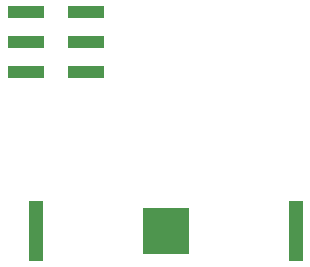
<source format=gbp>
G04 #@! TF.GenerationSoftware,KiCad,Pcbnew,(5.1.0)-1*
G04 #@! TF.CreationDate,2019-04-21T11:54:00-04:00*
G04 #@! TF.ProjectId,tpms_silencer,74706d73-5f73-4696-9c65-6e6365722e6b,rev?*
G04 #@! TF.SameCoordinates,Original*
G04 #@! TF.FileFunction,Paste,Bot*
G04 #@! TF.FilePolarity,Positive*
%FSLAX46Y46*%
G04 Gerber Fmt 4.6, Leading zero omitted, Abs format (unit mm)*
G04 Created by KiCad (PCBNEW (5.1.0)-1) date 2019-04-21 11:54:00*
%MOMM*%
%LPD*%
G04 APERTURE LIST*
%ADD10R,1.270000X5.080000*%
%ADD11R,3.960000X3.960000*%
%ADD12R,3.150000X1.000000*%
G04 APERTURE END LIST*
D10*
X50292000Y-63754000D03*
X28322000Y-63754000D03*
D11*
X39307000Y-63754000D03*
D12*
X27462000Y-50292000D03*
X32512000Y-50292000D03*
X27462000Y-47752000D03*
X32512000Y-47752000D03*
X27462000Y-45212000D03*
X32512000Y-45212000D03*
M02*

</source>
